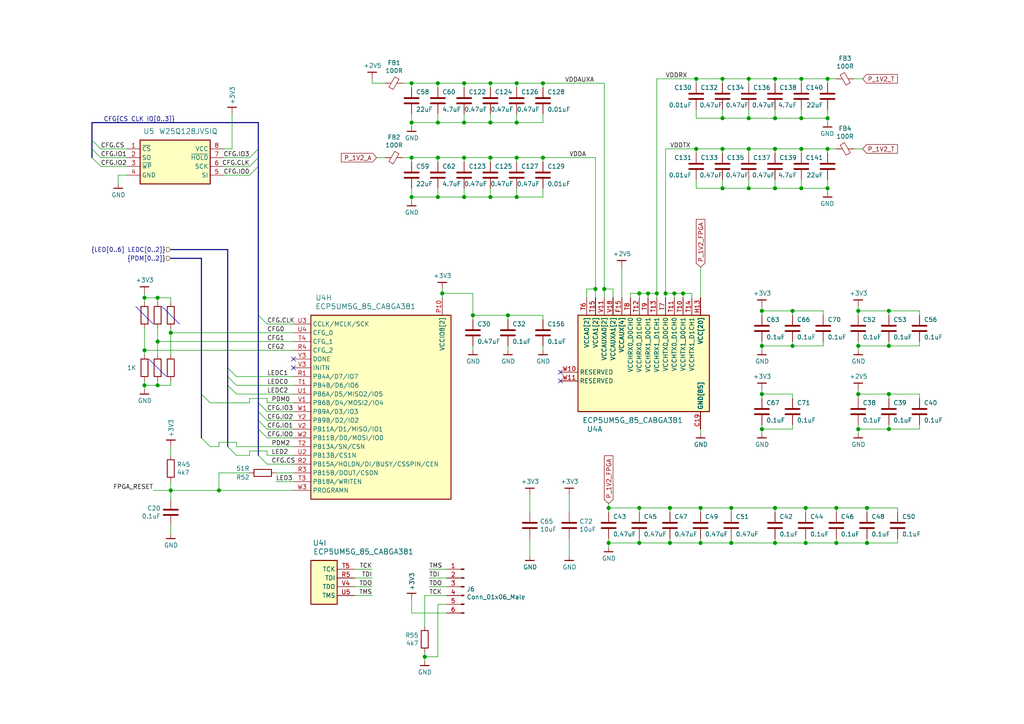
<source format=kicad_sch>
(kicad_sch (version 20201015) (generator eeschema)
  (paper "A4")
  (title_block (title "ButterStick") (date "2021-01-10") (rev "r1.0") (company "GsD") (comment 1 "Functional prototyping board for the Lattice ECP5.") (comment 2 "SYZYGY compatible"))
  (junction (at 41.91 86.36) (diameter 1.016))
  (junction (at 41.91 101.6) (diameter 1.016))
  (junction (at 41.91 111.76) (diameter 1.016))
  (junction (at 45.72 86.36) (diameter 1.016))
  (junction (at 45.72 99.06) (diameter 1.016))
  (junction (at 45.72 111.76) (diameter 1.016))
  (junction (at 49.53 96.52) (diameter 1.016))
  (junction (at 49.53 142.24) (diameter 1.016))
  (junction (at 63.5 142.24) (diameter 1.016))
  (junction (at 119.38 24.13) (diameter 1.016))
  (junction (at 119.38 35.56) (diameter 1.016))
  (junction (at 119.38 45.72) (diameter 1.016))
  (junction (at 119.38 57.15) (diameter 1.016))
  (junction (at 123.19 190.5) (diameter 1.016))
  (junction (at 127 24.13) (diameter 1.016))
  (junction (at 127 35.56) (diameter 1.016))
  (junction (at 127 45.72) (diameter 1.016))
  (junction (at 127 57.15) (diameter 1.016))
  (junction (at 128.27 85.09) (diameter 1.016))
  (junction (at 134.62 24.13) (diameter 1.016))
  (junction (at 134.62 35.56) (diameter 1.016))
  (junction (at 134.62 45.72) (diameter 1.016))
  (junction (at 134.62 57.15) (diameter 1.016))
  (junction (at 137.16 91.44) (diameter 1.016))
  (junction (at 142.24 24.13) (diameter 1.016))
  (junction (at 142.24 35.56) (diameter 1.016))
  (junction (at 142.24 45.72) (diameter 1.016))
  (junction (at 142.24 57.15) (diameter 1.016))
  (junction (at 147.32 91.44) (diameter 1.016))
  (junction (at 149.86 24.13) (diameter 1.016))
  (junction (at 149.86 35.56) (diameter 1.016))
  (junction (at 149.86 45.72) (diameter 1.016))
  (junction (at 149.86 57.15) (diameter 1.016))
  (junction (at 157.48 24.13) (diameter 1.016))
  (junction (at 157.48 45.72) (diameter 1.016))
  (junction (at 172.72 83.82) (diameter 1.016))
  (junction (at 175.26 83.82) (diameter 1.016))
  (junction (at 176.53 147.32) (diameter 1.016))
  (junction (at 176.53 157.48) (diameter 1.016))
  (junction (at 185.42 85.09) (diameter 1.016))
  (junction (at 185.42 147.32) (diameter 1.016))
  (junction (at 185.42 157.48) (diameter 1.016))
  (junction (at 187.96 85.09) (diameter 1.016))
  (junction (at 190.5 85.09) (diameter 1.016))
  (junction (at 193.04 85.09) (diameter 1.016))
  (junction (at 194.31 147.32) (diameter 1.016))
  (junction (at 194.31 157.48) (diameter 1.016))
  (junction (at 195.58 85.09) (diameter 1.016))
  (junction (at 198.12 85.09) (diameter 1.016))
  (junction (at 201.93 22.86) (diameter 1.016))
  (junction (at 201.93 43.18) (diameter 1.016))
  (junction (at 203.2 147.32) (diameter 1.016))
  (junction (at 203.2 157.48) (diameter 1.016))
  (junction (at 209.55 22.86) (diameter 1.016))
  (junction (at 209.55 34.29) (diameter 1.016))
  (junction (at 209.55 43.18) (diameter 1.016))
  (junction (at 209.55 54.61) (diameter 1.016))
  (junction (at 212.09 147.32) (diameter 1.016))
  (junction (at 212.09 157.48) (diameter 1.016))
  (junction (at 217.17 22.86) (diameter 1.016))
  (junction (at 217.17 34.29) (diameter 1.016))
  (junction (at 217.17 43.18) (diameter 1.016))
  (junction (at 217.17 54.61) (diameter 1.016))
  (junction (at 220.98 90.17) (diameter 1.016))
  (junction (at 220.98 100.33) (diameter 1.016))
  (junction (at 220.98 114.3) (diameter 1.016))
  (junction (at 220.98 124.46) (diameter 1.016))
  (junction (at 224.79 22.86) (diameter 1.016))
  (junction (at 224.79 34.29) (diameter 1.016))
  (junction (at 224.79 43.18) (diameter 1.016))
  (junction (at 224.79 54.61) (diameter 1.016))
  (junction (at 224.79 147.32) (diameter 1.016))
  (junction (at 224.79 157.48) (diameter 1.016))
  (junction (at 229.87 90.17) (diameter 1.016))
  (junction (at 229.87 100.33) (diameter 1.016))
  (junction (at 232.41 22.86) (diameter 1.016))
  (junction (at 232.41 34.29) (diameter 1.016))
  (junction (at 232.41 43.18) (diameter 1.016))
  (junction (at 232.41 54.61) (diameter 1.016))
  (junction (at 233.68 147.32) (diameter 1.016))
  (junction (at 233.68 157.48) (diameter 1.016))
  (junction (at 240.03 22.86) (diameter 1.016))
  (junction (at 240.03 34.29) (diameter 1.016))
  (junction (at 240.03 43.18) (diameter 1.016))
  (junction (at 240.03 54.61) (diameter 1.016))
  (junction (at 242.57 147.32) (diameter 1.016))
  (junction (at 242.57 157.48) (diameter 1.016))
  (junction (at 248.92 90.17) (diameter 1.016))
  (junction (at 248.92 100.33) (diameter 1.016))
  (junction (at 248.92 114.3) (diameter 1.016))
  (junction (at 248.92 124.46) (diameter 1.016))
  (junction (at 251.46 147.32) (diameter 1.016))
  (junction (at 251.46 157.48) (diameter 1.016))
  (junction (at 257.81 90.17) (diameter 1.016))
  (junction (at 257.81 100.33) (diameter 1.016))
  (junction (at 257.81 114.3) (diameter 1.016))
  (junction (at 257.81 124.46) (diameter 1.016))
  (no_connect (at 162.56 107.95))
  (no_connect (at 85.09 106.68))
  (no_connect (at 162.56 110.49))
  (no_connect (at 85.09 104.14))
  (bus_entry (at 29.21 43.18) (size -2.54 -2.54) (stroke (width 0.1524)))
  (bus_entry (at 29.21 45.72) (size -2.54 -2.54) (stroke (width 0.1524)))
  (bus_entry (at 29.21 48.26) (size -2.54 -2.54) (stroke (width 0.1524)))
  (bus_entry (at 58.42 114.3) (size 2.54 2.54) (stroke (width 0.1524)))
  (bus_entry (at 58.42 127) (size 2.54 2.54) (stroke (width 0.1524)))
  (bus_entry (at 66.04 106.68) (size 2.54 2.54) (stroke (width 0.1524)))
  (bus_entry (at 66.04 109.22) (size 2.54 2.54) (stroke (width 0.1524)))
  (bus_entry (at 66.04 111.76) (size 2.54 2.54) (stroke (width 0.1524)))
  (bus_entry (at 66.04 129.54) (size 2.54 2.54) (stroke (width 0.1524)))
  (bus_entry (at 72.39 45.72) (size 2.54 -2.54) (stroke (width 0.1524)))
  (bus_entry (at 72.39 48.26) (size 2.54 -2.54) (stroke (width 0.1524)))
  (bus_entry (at 72.39 50.8) (size 2.54 -2.54) (stroke (width 0.1524)))
  (bus_entry (at 74.93 116.84) (size 2.54 2.54) (stroke (width 0.1524)))
  (bus_entry (at 74.93 119.38) (size 2.54 2.54) (stroke (width 0.1524)))
  (bus_entry (at 74.93 121.92) (size 2.54 2.54) (stroke (width 0.1524)))
  (bus_entry (at 74.93 124.46) (size 2.54 2.54) (stroke (width 0.1524)))
  (bus_entry (at 77.47 93.98) (size -2.54 -2.54) (stroke (width 0.1524)))
  (bus_entry (at 77.47 134.62) (size -2.54 -2.54) (stroke (width 0.1524)))
  (wire (pts (xy 29.21 43.18) (xy 36.83 43.18)))
  (wire (pts (xy 29.21 45.72) (xy 36.83 45.72)))
  (wire (pts (xy 29.21 48.26) (xy 36.83 48.26)))
  (wire (pts (xy 34.29 50.8) (xy 36.83 50.8)))
  (wire (pts (xy 34.29 53.34) (xy 34.29 50.8)))
  (wire (pts (xy 41.91 85.09) (xy 41.91 86.36)))
  (wire (pts (xy 41.91 86.36) (xy 41.91 87.63)))
  (wire (pts (xy 41.91 95.25) (xy 41.91 101.6)))
  (wire (pts (xy 41.91 101.6) (xy 41.91 102.87)))
  (wire (pts (xy 41.91 101.6) (xy 85.09 101.6)))
  (wire (pts (xy 41.91 111.76) (xy 41.91 110.49)))
  (wire (pts (xy 41.91 111.76) (xy 41.91 113.03)))
  (wire (pts (xy 44.45 142.24) (xy 49.53 142.24)))
  (wire (pts (xy 45.72 86.36) (xy 41.91 86.36)))
  (wire (pts (xy 45.72 86.36) (xy 45.72 87.63)))
  (wire (pts (xy 45.72 95.25) (xy 45.72 99.06)))
  (wire (pts (xy 45.72 99.06) (xy 45.72 102.87)))
  (wire (pts (xy 45.72 99.06) (xy 85.09 99.06)))
  (wire (pts (xy 45.72 110.49) (xy 45.72 111.76)))
  (wire (pts (xy 45.72 111.76) (xy 41.91 111.76)))
  (wire (pts (xy 49.53 86.36) (xy 45.72 86.36)))
  (wire (pts (xy 49.53 87.63) (xy 49.53 86.36)))
  (wire (pts (xy 49.53 96.52) (xy 49.53 95.25)))
  (wire (pts (xy 49.53 96.52) (xy 49.53 102.87)))
  (wire (pts (xy 49.53 96.52) (xy 85.09 96.52)))
  (wire (pts (xy 49.53 110.49) (xy 49.53 111.76)))
  (wire (pts (xy 49.53 111.76) (xy 45.72 111.76)))
  (wire (pts (xy 49.53 132.08) (xy 49.53 129.54)))
  (wire (pts (xy 49.53 139.7) (xy 49.53 142.24)))
  (wire (pts (xy 49.53 144.78) (xy 49.53 142.24)))
  (wire (pts (xy 49.53 154.94) (xy 49.53 152.4)))
  (wire (pts (xy 60.96 116.84) (xy 72.39 116.84)))
  (wire (pts (xy 60.96 129.54) (xy 63.5 129.54)))
  (wire (pts (xy 63.5 128.27) (xy 63.5 129.54)))
  (wire (pts (xy 63.5 137.16) (xy 63.5 142.24)))
  (wire (pts (xy 63.5 142.24) (xy 49.53 142.24)))
  (wire (pts (xy 64.77 43.18) (xy 67.31 43.18)))
  (wire (pts (xy 67.31 43.18) (xy 67.31 33.02)))
  (wire (pts (xy 68.58 109.22) (xy 85.09 109.22)))
  (wire (pts (xy 68.58 111.76) (xy 85.09 111.76)))
  (wire (pts (xy 68.58 114.3) (xy 85.09 114.3)))
  (wire (pts (xy 68.58 128.27) (xy 63.5 128.27)))
  (wire (pts (xy 68.58 129.54) (xy 68.58 128.27)))
  (wire (pts (xy 68.58 129.54) (xy 85.09 129.54)))
  (wire (pts (xy 68.58 132.08) (xy 72.39 132.08)))
  (wire (pts (xy 72.39 45.72) (xy 64.77 45.72)))
  (wire (pts (xy 72.39 48.26) (xy 64.77 48.26)))
  (wire (pts (xy 72.39 50.8) (xy 64.77 50.8)))
  (wire (pts (xy 72.39 115.57) (xy 77.47 115.57)))
  (wire (pts (xy 72.39 116.84) (xy 72.39 115.57)))
  (wire (pts (xy 72.39 130.81) (xy 72.39 132.08)))
  (wire (pts (xy 72.39 137.16) (xy 63.5 137.16)))
  (wire (pts (xy 77.47 93.98) (xy 85.09 93.98)))
  (wire (pts (xy 77.47 115.57) (xy 77.47 116.84)))
  (wire (pts (xy 77.47 116.84) (xy 85.09 116.84)))
  (wire (pts (xy 77.47 119.38) (xy 85.09 119.38)))
  (wire (pts (xy 77.47 121.92) (xy 85.09 121.92)))
  (wire (pts (xy 77.47 124.46) (xy 85.09 124.46)))
  (wire (pts (xy 77.47 127) (xy 85.09 127)))
  (wire (pts (xy 77.47 130.81) (xy 72.39 130.81)))
  (wire (pts (xy 77.47 132.08) (xy 77.47 130.81)))
  (wire (pts (xy 77.47 132.08) (xy 85.09 132.08)))
  (wire (pts (xy 77.47 134.62) (xy 85.09 134.62)))
  (wire (pts (xy 80.01 137.16) (xy 85.09 137.16)))
  (wire (pts (xy 80.01 139.7) (xy 85.09 139.7)))
  (wire (pts (xy 85.09 142.24) (xy 63.5 142.24)))
  (wire (pts (xy 107.95 24.13) (xy 107.95 22.86)))
  (wire (pts (xy 107.95 24.13) (xy 111.76 24.13)))
  (wire (pts (xy 107.95 165.1) (xy 102.87 165.1)))
  (wire (pts (xy 107.95 167.64) (xy 102.87 167.64)))
  (wire (pts (xy 107.95 170.18) (xy 102.87 170.18)))
  (wire (pts (xy 107.95 172.72) (xy 102.87 172.72)))
  (wire (pts (xy 109.22 45.72) (xy 111.76 45.72)))
  (wire (pts (xy 116.84 24.13) (xy 119.38 24.13)))
  (wire (pts (xy 116.84 45.72) (xy 119.38 45.72)))
  (wire (pts (xy 119.38 24.13) (xy 119.38 25.4)))
  (wire (pts (xy 119.38 24.13) (xy 127 24.13)))
  (wire (pts (xy 119.38 33.02) (xy 119.38 35.56)))
  (wire (pts (xy 119.38 35.56) (xy 119.38 36.83)))
  (wire (pts (xy 119.38 35.56) (xy 127 35.56)))
  (wire (pts (xy 119.38 45.72) (xy 119.38 46.99)))
  (wire (pts (xy 119.38 45.72) (xy 127 45.72)))
  (wire (pts (xy 119.38 54.61) (xy 119.38 57.15)))
  (wire (pts (xy 119.38 57.15) (xy 119.38 58.42)))
  (wire (pts (xy 119.38 57.15) (xy 127 57.15)))
  (wire (pts (xy 119.38 173.99) (xy 119.38 177.8)))
  (wire (pts (xy 119.38 177.8) (xy 129.54 177.8)))
  (wire (pts (xy 123.19 172.72) (xy 123.19 181.61)))
  (wire (pts (xy 123.19 172.72) (xy 129.54 172.72)))
  (wire (pts (xy 123.19 189.23) (xy 123.19 190.5)))
  (wire (pts (xy 123.19 190.5) (xy 123.19 191.77)))
  (wire (pts (xy 124.46 165.1) (xy 129.54 165.1)))
  (wire (pts (xy 124.46 167.64) (xy 129.54 167.64)))
  (wire (pts (xy 124.46 170.18) (xy 129.54 170.18)))
  (wire (pts (xy 127 24.13) (xy 127 25.4)))
  (wire (pts (xy 127 24.13) (xy 134.62 24.13)))
  (wire (pts (xy 127 33.02) (xy 127 35.56)))
  (wire (pts (xy 127 35.56) (xy 134.62 35.56)))
  (wire (pts (xy 127 45.72) (xy 127 46.99)))
  (wire (pts (xy 127 45.72) (xy 134.62 45.72)))
  (wire (pts (xy 127 54.61) (xy 127 57.15)))
  (wire (pts (xy 127 57.15) (xy 134.62 57.15)))
  (wire (pts (xy 127 175.26) (xy 127 190.5)))
  (wire (pts (xy 127 190.5) (xy 123.19 190.5)))
  (wire (pts (xy 128.27 83.82) (xy 128.27 85.09)))
  (wire (pts (xy 128.27 85.09) (xy 128.27 86.36)))
  (wire (pts (xy 128.27 85.09) (xy 137.16 85.09)))
  (wire (pts (xy 129.54 175.26) (xy 127 175.26)))
  (wire (pts (xy 134.62 24.13) (xy 134.62 25.4)))
  (wire (pts (xy 134.62 24.13) (xy 142.24 24.13)))
  (wire (pts (xy 134.62 33.02) (xy 134.62 35.56)))
  (wire (pts (xy 134.62 35.56) (xy 142.24 35.56)))
  (wire (pts (xy 134.62 45.72) (xy 134.62 46.99)))
  (wire (pts (xy 134.62 45.72) (xy 142.24 45.72)))
  (wire (pts (xy 134.62 54.61) (xy 134.62 57.15)))
  (wire (pts (xy 134.62 57.15) (xy 142.24 57.15)))
  (wire (pts (xy 137.16 85.09) (xy 137.16 91.44)))
  (wire (pts (xy 137.16 91.44) (xy 137.16 92.71)))
  (wire (pts (xy 137.16 91.44) (xy 147.32 91.44)))
  (wire (pts (xy 137.16 100.33) (xy 137.16 101.6)))
  (wire (pts (xy 142.24 24.13) (xy 142.24 25.4)))
  (wire (pts (xy 142.24 24.13) (xy 149.86 24.13)))
  (wire (pts (xy 142.24 33.02) (xy 142.24 35.56)))
  (wire (pts (xy 142.24 35.56) (xy 149.86 35.56)))
  (wire (pts (xy 142.24 45.72) (xy 142.24 46.99)))
  (wire (pts (xy 142.24 45.72) (xy 149.86 45.72)))
  (wire (pts (xy 142.24 54.61) (xy 142.24 57.15)))
  (wire (pts (xy 142.24 57.15) (xy 149.86 57.15)))
  (wire (pts (xy 147.32 91.44) (xy 157.48 91.44)))
  (wire (pts (xy 147.32 92.71) (xy 147.32 91.44)))
  (wire (pts (xy 147.32 101.6) (xy 147.32 100.33)))
  (wire (pts (xy 149.86 24.13) (xy 149.86 25.4)))
  (wire (pts (xy 149.86 24.13) (xy 157.48 24.13)))
  (wire (pts (xy 149.86 33.02) (xy 149.86 35.56)))
  (wire (pts (xy 149.86 35.56) (xy 157.48 35.56)))
  (wire (pts (xy 149.86 45.72) (xy 149.86 46.99)))
  (wire (pts (xy 149.86 45.72) (xy 157.48 45.72)))
  (wire (pts (xy 149.86 54.61) (xy 149.86 57.15)))
  (wire (pts (xy 149.86 57.15) (xy 157.48 57.15)))
  (wire (pts (xy 153.67 148.59) (xy 153.67 143.51)))
  (wire (pts (xy 153.67 161.29) (xy 153.67 156.21)))
  (wire (pts (xy 157.48 24.13) (xy 157.48 25.4)))
  (wire (pts (xy 157.48 24.13) (xy 175.26 24.13)))
  (wire (pts (xy 157.48 33.02) (xy 157.48 35.56)))
  (wire (pts (xy 157.48 45.72) (xy 157.48 46.99)))
  (wire (pts (xy 157.48 45.72) (xy 172.72 45.72)))
  (wire (pts (xy 157.48 54.61) (xy 157.48 57.15)))
  (wire (pts (xy 157.48 92.71) (xy 157.48 91.44)))
  (wire (pts (xy 157.48 101.6) (xy 157.48 100.33)))
  (wire (pts (xy 165.1 148.59) (xy 165.1 143.51)))
  (wire (pts (xy 165.1 161.29) (xy 165.1 156.21)))
  (wire (pts (xy 170.18 83.82) (xy 172.72 83.82)))
  (wire (pts (xy 170.18 86.36) (xy 170.18 83.82)))
  (wire (pts (xy 172.72 45.72) (xy 172.72 83.82)))
  (wire (pts (xy 172.72 83.82) (xy 172.72 86.36)))
  (wire (pts (xy 175.26 24.13) (xy 175.26 83.82)))
  (wire (pts (xy 175.26 83.82) (xy 175.26 86.36)))
  (wire (pts (xy 176.53 147.32) (xy 176.53 146.05)))
  (wire (pts (xy 176.53 147.32) (xy 185.42 147.32)))
  (wire (pts (xy 176.53 148.59) (xy 176.53 147.32)))
  (wire (pts (xy 176.53 157.48) (xy 176.53 156.21)))
  (wire (pts (xy 176.53 157.48) (xy 185.42 157.48)))
  (wire (pts (xy 176.53 158.75) (xy 176.53 157.48)))
  (wire (pts (xy 177.8 83.82) (xy 175.26 83.82)))
  (wire (pts (xy 177.8 86.36) (xy 177.8 83.82)))
  (wire (pts (xy 180.34 77.47) (xy 180.34 86.36)))
  (wire (pts (xy 182.88 85.09) (xy 182.88 86.36)))
  (wire (pts (xy 182.88 85.09) (xy 185.42 85.09)))
  (wire (pts (xy 185.42 85.09) (xy 185.42 86.36)))
  (wire (pts (xy 185.42 85.09) (xy 187.96 85.09)))
  (wire (pts (xy 185.42 147.32) (xy 185.42 148.59)))
  (wire (pts (xy 185.42 147.32) (xy 194.31 147.32)))
  (wire (pts (xy 185.42 157.48) (xy 185.42 156.21)))
  (wire (pts (xy 185.42 157.48) (xy 194.31 157.48)))
  (wire (pts (xy 187.96 85.09) (xy 187.96 86.36)))
  (wire (pts (xy 187.96 85.09) (xy 190.5 85.09)))
  (wire (pts (xy 190.5 22.86) (xy 190.5 85.09)))
  (wire (pts (xy 190.5 22.86) (xy 201.93 22.86)))
  (wire (pts (xy 190.5 85.09) (xy 190.5 86.36)))
  (wire (pts (xy 193.04 43.18) (xy 193.04 85.09)))
  (wire (pts (xy 193.04 85.09) (xy 193.04 86.36)))
  (wire (pts (xy 193.04 85.09) (xy 195.58 85.09)))
  (wire (pts (xy 194.31 147.32) (xy 194.31 148.59)))
  (wire (pts (xy 194.31 147.32) (xy 203.2 147.32)))
  (wire (pts (xy 194.31 157.48) (xy 194.31 156.21)))
  (wire (pts (xy 194.31 157.48) (xy 203.2 157.48)))
  (wire (pts (xy 195.58 85.09) (xy 195.58 86.36)))
  (wire (pts (xy 195.58 85.09) (xy 198.12 85.09)))
  (wire (pts (xy 198.12 85.09) (xy 198.12 86.36)))
  (wire (pts (xy 198.12 85.09) (xy 200.66 85.09)))
  (wire (pts (xy 200.66 85.09) (xy 200.66 86.36)))
  (wire (pts (xy 201.93 22.86) (xy 201.93 24.13)))
  (wire (pts (xy 201.93 31.75) (xy 201.93 34.29)))
  (wire (pts (xy 201.93 43.18) (xy 193.04 43.18)))
  (wire (pts (xy 201.93 43.18) (xy 201.93 44.45)))
  (wire (pts (xy 201.93 52.07) (xy 201.93 54.61)))
  (wire (pts (xy 203.2 77.47) (xy 203.2 86.36)))
  (wire (pts (xy 203.2 124.46) (xy 203.2 125.73)))
  (wire (pts (xy 203.2 147.32) (xy 203.2 148.59)))
  (wire (pts (xy 203.2 147.32) (xy 212.09 147.32)))
  (wire (pts (xy 203.2 157.48) (xy 203.2 156.21)))
  (wire (pts (xy 203.2 157.48) (xy 212.09 157.48)))
  (wire (pts (xy 209.55 22.86) (xy 201.93 22.86)))
  (wire (pts (xy 209.55 22.86) (xy 209.55 24.13)))
  (wire (pts (xy 209.55 31.75) (xy 209.55 34.29)))
  (wire (pts (xy 209.55 34.29) (xy 201.93 34.29)))
  (wire (pts (xy 209.55 43.18) (xy 201.93 43.18)))
  (wire (pts (xy 209.55 43.18) (xy 209.55 44.45)))
  (wire (pts (xy 209.55 52.07) (xy 209.55 54.61)))
  (wire (pts (xy 209.55 54.61) (xy 201.93 54.61)))
  (wire (pts (xy 212.09 147.32) (xy 212.09 148.59)))
  (wire (pts (xy 212.09 147.32) (xy 224.79 147.32)))
  (wire (pts (xy 212.09 157.48) (xy 212.09 156.21)))
  (wire (pts (xy 212.09 157.48) (xy 224.79 157.48)))
  (wire (pts (xy 217.17 22.86) (xy 209.55 22.86)))
  (wire (pts (xy 217.17 22.86) (xy 217.17 24.13)))
  (wire (pts (xy 217.17 31.75) (xy 217.17 34.29)))
  (wire (pts (xy 217.17 34.29) (xy 209.55 34.29)))
  (wire (pts (xy 217.17 43.18) (xy 209.55 43.18)))
  (wire (pts (xy 217.17 43.18) (xy 217.17 44.45)))
  (wire (pts (xy 217.17 52.07) (xy 217.17 54.61)))
  (wire (pts (xy 217.17 54.61) (xy 209.55 54.61)))
  (wire (pts (xy 220.98 90.17) (xy 220.98 88.9)))
  (wire (pts (xy 220.98 90.17) (xy 229.87 90.17)))
  (wire (pts (xy 220.98 91.44) (xy 220.98 90.17)))
  (wire (pts (xy 220.98 100.33) (xy 220.98 99.06)))
  (wire (pts (xy 220.98 100.33) (xy 229.87 100.33)))
  (wire (pts (xy 220.98 101.6) (xy 220.98 100.33)))
  (wire (pts (xy 220.98 114.3) (xy 220.98 113.03)))
  (wire (pts (xy 220.98 114.3) (xy 220.98 115.57)))
  (wire (pts (xy 220.98 114.3) (xy 229.87 114.3)))
  (wire (pts (xy 220.98 124.46) (xy 220.98 123.19)))
  (wire (pts (xy 220.98 124.46) (xy 229.87 124.46)))
  (wire (pts (xy 220.98 125.73) (xy 220.98 124.46)))
  (wire (pts (xy 224.79 22.86) (xy 217.17 22.86)))
  (wire (pts (xy 224.79 22.86) (xy 224.79 24.13)))
  (wire (pts (xy 224.79 31.75) (xy 224.79 34.29)))
  (wire (pts (xy 224.79 34.29) (xy 217.17 34.29)))
  (wire (pts (xy 224.79 43.18) (xy 217.17 43.18)))
  (wire (pts (xy 224.79 43.18) (xy 224.79 44.45)))
  (wire (pts (xy 224.79 52.07) (xy 224.79 54.61)))
  (wire (pts (xy 224.79 54.61) (xy 217.17 54.61)))
  (wire (pts (xy 224.79 147.32) (xy 233.68 147.32)))
  (wire (pts (xy 224.79 148.59) (xy 224.79 147.32)))
  (wire (pts (xy 224.79 157.48) (xy 224.79 156.21)))
  (wire (pts (xy 224.79 157.48) (xy 233.68 157.48)))
  (wire (pts (xy 229.87 90.17) (xy 229.87 91.44)))
  (wire (pts (xy 229.87 90.17) (xy 238.76 90.17)))
  (wire (pts (xy 229.87 100.33) (xy 229.87 99.06)))
  (wire (pts (xy 229.87 100.33) (xy 238.76 100.33)))
  (wire (pts (xy 229.87 114.3) (xy 229.87 115.57)))
  (wire (pts (xy 229.87 124.46) (xy 229.87 123.19)))
  (wire (pts (xy 232.41 22.86) (xy 224.79 22.86)))
  (wire (pts (xy 232.41 22.86) (xy 232.41 24.13)))
  (wire (pts (xy 232.41 31.75) (xy 232.41 34.29)))
  (wire (pts (xy 232.41 34.29) (xy 224.79 34.29)))
  (wire (pts (xy 232.41 43.18) (xy 224.79 43.18)))
  (wire (pts (xy 232.41 43.18) (xy 232.41 44.45)))
  (wire (pts (xy 232.41 52.07) (xy 232.41 54.61)))
  (wire (pts (xy 232.41 54.61) (xy 224.79 54.61)))
  (wire (pts (xy 233.68 147.32) (xy 233.68 148.59)))
  (wire (pts (xy 233.68 147.32) (xy 242.57 147.32)))
  (wire (pts (xy 233.68 157.48) (xy 233.68 156.21)))
  (wire (pts (xy 233.68 157.48) (xy 242.57 157.48)))
  (wire (pts (xy 238.76 90.17) (xy 238.76 91.44)))
  (wire (pts (xy 238.76 100.33) (xy 238.76 99.06)))
  (wire (pts (xy 240.03 22.86) (xy 232.41 22.86)))
  (wire (pts (xy 240.03 22.86) (xy 240.03 24.13)))
  (wire (pts (xy 240.03 31.75) (xy 240.03 34.29)))
  (wire (pts (xy 240.03 34.29) (xy 232.41 34.29)))
  (wire (pts (xy 240.03 34.29) (xy 240.03 35.56)))
  (wire (pts (xy 240.03 43.18) (xy 232.41 43.18)))
  (wire (pts (xy 240.03 43.18) (xy 240.03 44.45)))
  (wire (pts (xy 240.03 52.07) (xy 240.03 54.61)))
  (wire (pts (xy 240.03 54.61) (xy 232.41 54.61)))
  (wire (pts (xy 240.03 54.61) (xy 240.03 55.88)))
  (wire (pts (xy 242.57 22.86) (xy 240.03 22.86)))
  (wire (pts (xy 242.57 43.18) (xy 240.03 43.18)))
  (wire (pts (xy 242.57 147.32) (xy 242.57 148.59)))
  (wire (pts (xy 242.57 147.32) (xy 251.46 147.32)))
  (wire (pts (xy 242.57 157.48) (xy 242.57 156.21)))
  (wire (pts (xy 242.57 157.48) (xy 251.46 157.48)))
  (wire (pts (xy 248.92 90.17) (xy 248.92 88.9)))
  (wire (pts (xy 248.92 90.17) (xy 257.81 90.17)))
  (wire (pts (xy 248.92 91.44) (xy 248.92 90.17)))
  (wire (pts (xy 248.92 100.33) (xy 248.92 99.06)))
  (wire (pts (xy 248.92 100.33) (xy 257.81 100.33)))
  (wire (pts (xy 248.92 101.6) (xy 248.92 100.33)))
  (wire (pts (xy 248.92 114.3) (xy 248.92 113.03)))
  (wire (pts (xy 248.92 114.3) (xy 257.81 114.3)))
  (wire (pts (xy 248.92 115.57) (xy 248.92 114.3)))
  (wire (pts (xy 248.92 124.46) (xy 248.92 123.19)))
  (wire (pts (xy 248.92 124.46) (xy 257.81 124.46)))
  (wire (pts (xy 248.92 125.73) (xy 248.92 124.46)))
  (wire (pts (xy 250.19 22.86) (xy 247.65 22.86)))
  (wire (pts (xy 250.19 43.18) (xy 247.65 43.18)))
  (wire (pts (xy 251.46 147.32) (xy 251.46 148.59)))
  (wire (pts (xy 251.46 147.32) (xy 260.35 147.32)))
  (wire (pts (xy 251.46 157.48) (xy 251.46 156.21)))
  (wire (pts (xy 251.46 157.48) (xy 260.35 157.48)))
  (wire (pts (xy 257.81 90.17) (xy 257.81 91.44)))
  (wire (pts (xy 257.81 90.17) (xy 266.7 90.17)))
  (wire (pts (xy 257.81 100.33) (xy 257.81 99.06)))
  (wire (pts (xy 257.81 100.33) (xy 266.7 100.33)))
  (wire (pts (xy 257.81 114.3) (xy 257.81 115.57)))
  (wire (pts (xy 257.81 114.3) (xy 266.7 114.3)))
  (wire (pts (xy 257.81 124.46) (xy 257.81 123.19)))
  (wire (pts (xy 257.81 124.46) (xy 266.7 124.46)))
  (wire (pts (xy 260.35 147.32) (xy 260.35 148.59)))
  (wire (pts (xy 260.35 157.48) (xy 260.35 156.21)))
  (wire (pts (xy 266.7 90.17) (xy 266.7 91.44)))
  (wire (pts (xy 266.7 100.33) (xy 266.7 99.06)))
  (wire (pts (xy 266.7 114.3) (xy 266.7 115.57)))
  (wire (pts (xy 266.7 124.46) (xy 266.7 123.19)))
  (bus (pts (xy 26.67 35.56) (xy 26.67 40.64)))
  (bus (pts (xy 26.67 40.64) (xy 26.67 43.18)))
  (bus (pts (xy 26.67 43.18) (xy 26.67 45.72)))
  (bus (pts (xy 49.53 72.39) (xy 66.04 72.39)))
  (bus (pts (xy 49.53 74.93) (xy 58.42 74.93)))
  (bus (pts (xy 58.42 74.93) (xy 58.42 114.3)))
  (bus (pts (xy 58.42 114.3) (xy 58.42 127)))
  (bus (pts (xy 66.04 72.39) (xy 66.04 106.68)))
  (bus (pts (xy 66.04 106.68) (xy 66.04 109.22)))
  (bus (pts (xy 66.04 109.22) (xy 66.04 111.76)))
  (bus (pts (xy 66.04 111.76) (xy 66.04 129.54)))
  (bus (pts (xy 74.93 35.56) (xy 26.67 35.56)))
  (bus (pts (xy 74.93 35.56) (xy 74.93 43.18)))
  (bus (pts (xy 74.93 43.18) (xy 74.93 45.72)))
  (bus (pts (xy 74.93 45.72) (xy 74.93 48.26)))
  (bus (pts (xy 74.93 48.26) (xy 74.93 91.44)))
  (bus (pts (xy 74.93 91.44) (xy 74.93 116.84)))
  (bus (pts (xy 74.93 116.84) (xy 74.93 119.38)))
  (bus (pts (xy 74.93 119.38) (xy 74.93 121.92)))
  (bus (pts (xy 74.93 121.92) (xy 74.93 124.46)))
  (bus (pts (xy 74.93 124.46) (xy 74.93 132.08)))
  (polyline (pts (xy 39.37 88.9) (xy 44.45 93.98)) (stroke (width 0) (type solid)))
  (polyline (pts (xy 43.18 104.14) (xy 48.26 109.22)) (stroke (width 0) (type solid)))
  (polyline (pts (xy 46.99 88.9) (xy 52.07 93.98)) (stroke (width 0) (type solid)))
  (label "CFG.CS" (at 29.21 43.18 0))
  (label "CFG.IO1" (at 29.21 45.72 0))
  (label "CFG.IO2" (at 29.21 48.26 0))
  (label "FPGA_RESET" (at 44.45 142.24 180))
  (label "CFG{CS CLK IO[0..3]}" (at 50.8 35.56 180))
  (label "CFG.IO3" (at 72.39 45.72 180))
  (label "CFG.CLK" (at 72.39 48.26 180))
  (label "CFG.IO0" (at 72.39 50.8 180))
  (label "CFG.CLK" (at 77.47 93.98 0))
  (label "CFG0" (at 77.47 96.52 0))
  (label "CFG1" (at 77.47 99.06 0))
  (label "CFG2" (at 77.47 101.6 0))
  (label "LEDC1" (at 77.47 109.22 0))
  (label "LEDC0" (at 77.47 111.76 0))
  (label "LEDC2" (at 77.47 114.3 0))
  (label "CFG.IO3" (at 77.47 119.38 0))
  (label "CFG.IO2" (at 77.47 121.92 0))
  (label "CFG.IO1" (at 77.47 124.46 0))
  (label "CFG.IO0" (at 77.47 127 0))
  (label "PDM0" (at 78.74 116.84 0))
  (label "PDM2" (at 78.74 129.54 0))
  (label "LED2" (at 78.74 132.08 0))
  (label "CFG.CS" (at 78.74 134.62 0))
  (label "LED3" (at 80.01 139.7 0))
  (label "TCK" (at 107.95 165.1 180))
  (label "TDI" (at 107.95 167.64 180))
  (label "TDO" (at 107.95 170.18 180))
  (label "TMS" (at 107.95 172.72 180))
  (label "TMS" (at 124.46 165.1 0))
  (label "TDI" (at 124.46 167.64 0))
  (label "TDO" (at 124.46 170.18 0))
  (label "TCK" (at 124.46 172.72 0))
  (label "VDDAUXA" (at 163.83 24.13 0))
  (label "VDDA" (at 165.1 45.72 0))
  (label "VDDRX" (at 193.04 22.86 0))
  (label "VDDTX" (at 194.31 43.18 0))
  (global_label "P_1V2_A" (shape input) (at 109.22 45.72 180) (property "Intersheet References" "${INTERSHEET_REFS}" (effects hide)))
  (global_label "P_1V2_FPGA" (shape input) (at 176.53 146.05 90) (property "Intersheet References" "${INTERSHEET_REFS}" (effects hide)))
  (global_label "P_1V2_FPGA" (shape input) (at 203.2 77.47 90) (property "Intersheet References" "${INTERSHEET_REFS}" (effects hide)))
  (global_label "P_1V2_T" (shape input) (at 250.19 22.86 0) (property "Intersheet References" "${INTERSHEET_REFS}" (effects hide)))
  (global_label "P_1V2_T" (shape input) (at 250.19 43.18 0) (property "Intersheet References" "${INTERSHEET_REFS}" (effects hide)))
  (hierarchical_label "{LED[0..6] LEDC[0..2]}" (shape input) (at 49.53 72.39 180))
  (hierarchical_label "{PDM[0..2]}" (shape input) (at 49.53 74.93 180))
  (symbol (lib_id "gkl_power:GND") (at 34.29 53.34 0) (unit 1)
    (property "Reference" "#PWR063" (effects hide))
    (property "Value" "GND" (at 34.3662 56.5404 0))
  )
  (symbol (lib_id "gkl_power:GND") (at 41.91 113.03 0) (unit 1)
    (property "Reference" "#PWR067" (effects hide))
    (property "Value" "GND" (at 41.9862 116.2304 0))
  )
  (symbol (lib_id "gkl_power:GND") (at 49.53 154.94 0) (unit 1)
    (property "Reference" "#PWR065" (effects hide))
    (property "Value" "GND" (at 49.6062 158.1404 0))
  )
  (symbol (lib_id "gkl_power:GND") (at 119.38 36.83 0) (unit 1)
    (property "Reference" "#PWR0227" (effects hide))
    (property "Value" "GND" (at 119.4562 40.0304 0))
  )
  (symbol (lib_id "gkl_power:GND") (at 119.38 58.42 0) (unit 1)
    (property "Reference" "#PWR0228" (effects hide))
    (property "Value" "GND" (at 119.4562 61.6204 0))
  )
  (symbol (lib_id "gkl_power:GND") (at 123.19 191.77 0) (unit 1)
    (property "Reference" "#PWR0107" (effects hide))
    (property "Value" "GND" (at 123.2281 194.9768 0))
  )
  (symbol (lib_id "gkl_power:GND") (at 137.16 101.6 0) (unit 1)
    (property "Reference" "#PWR0105" (effects hide))
    (property "Value" "GND" (at 137.2362 104.8004 0))
  )
  (symbol (lib_id "gkl_power:GND") (at 147.32 101.6 0) (unit 1)
    (property "Reference" "#PWR0106" (effects hide))
    (property "Value" "GND" (at 147.3962 104.8004 0))
  )
  (symbol (lib_id "gkl_power:GND") (at 153.67 161.29 0) (unit 1)
    (property "Reference" "#PWR0117" (effects hide))
    (property "Value" "GND" (at 153.7462 164.4904 0))
  )
  (symbol (lib_id "gkl_power:GND") (at 157.48 101.6 0) (unit 1)
    (property "Reference" "#PWR0248" (effects hide))
    (property "Value" "GND" (at 157.5562 104.8004 0))
  )
  (symbol (lib_id "gkl_power:GND") (at 165.1 161.29 0) (unit 1)
    (property "Reference" "#PWR0125" (effects hide))
    (property "Value" "GND" (at 165.1762 164.4904 0))
  )
  (symbol (lib_id "gkl_power:GND") (at 176.53 158.75 0) (unit 1)
    (property "Reference" "#PWR0100" (effects hide))
    (property "Value" "GND" (at 176.6062 161.9504 0))
  )
  (symbol (lib_id "gkl_power:GND") (at 203.2 125.73 0) (unit 1)
    (property "Reference" "#PWR072" (effects hide))
    (property "Value" "GND" (at 203.2762 128.9304 0))
  )
  (symbol (lib_id "gkl_power:GND") (at 220.98 101.6 0) (unit 1)
    (property "Reference" "#PWR0113" (effects hide))
    (property "Value" "GND" (at 221.0562 104.8004 0))
  )
  (symbol (lib_id "gkl_power:GND") (at 220.98 125.73 0) (unit 1)
    (property "Reference" "#PWR0115" (effects hide))
    (property "Value" "GND" (at 221.0562 128.9304 0))
  )
  (symbol (lib_id "gkl_power:GND") (at 240.03 35.56 0) (mirror y) (unit 1)
    (property "Reference" "#PWR0224" (effects hide))
    (property "Value" "GND" (at 239.9538 38.7604 0))
  )
  (symbol (lib_id "gkl_power:GND") (at 240.03 55.88 0) (mirror y) (unit 1)
    (property "Reference" "#PWR0225" (effects hide))
    (property "Value" "GND" (at 239.9538 59.0804 0))
  )
  (symbol (lib_id "gkl_power:GND") (at 248.92 101.6 0) (unit 1)
    (property "Reference" "#PWR0102" (effects hide))
    (property "Value" "GND" (at 248.9962 104.8004 0))
  )
  (symbol (lib_id "gkl_power:GND") (at 248.92 125.73 0) (unit 1)
    (property "Reference" "#PWR096" (effects hide))
    (property "Value" "GND" (at 248.9962 128.9304 0))
  )
  (symbol (lib_id "gkl_power:+3V3") (at 41.91 85.09 0) (unit 1)
    (property "Reference" "#PWR066" (effects hide))
    (property "Value" "+3V3" (at 41.9481 81.2482 0))
  )
  (symbol (lib_id "gkl_power:+3V3") (at 49.53 129.54 0) (unit 1)
    (property "Reference" "#PWR064" (effects hide))
    (property "Value" "+3V3" (at 49.6316 126.8476 90) (effects (justify left)))
  )
  (symbol (lib_id "gkl_power:+3V3") (at 67.31 33.02 0) (unit 1)
    (property "Reference" "#PWR068" (effects hide))
    (property "Value" "+3V3" (at 67.4116 30.3276 90) (effects (justify left)))
  )
  (symbol (lib_id "gkl_power:+2V5") (at 107.95 22.86 0) (unit 1)
    (property "Reference" "#PWR0226" (effects hide))
    (property "Value" "+2V5" (at 108.0262 19.0246 0))
  )
  (symbol (lib_id "gkl_power:+3V3") (at 119.38 173.99 0) (unit 1)
    (property "Reference" "#PWR0216" (effects hide))
    (property "Value" "+3V3" (at 119.4816 171.2976 90) (effects (justify left)))
  )
  (symbol (lib_id "gkl_power:+3V3") (at 128.27 83.82 0) (unit 1)
    (property "Reference" "#PWR069" (effects hide))
    (property "Value" "+3V3" (at 128.3081 79.9782 0))
  )
  (symbol (lib_id "gkl_power:+3V3") (at 153.67 143.51 0) (unit 1)
    (property "Reference" "#PWR0116" (effects hide))
    (property "Value" "+3V3" (at 153.7462 139.6746 0))
  )
  (symbol (lib_id "gkl_power:+3V3") (at 165.1 143.51 0) (unit 1)
    (property "Reference" "#PWR0124" (effects hide))
    (property "Value" "+3V3" (at 165.1762 139.6746 0))
  )
  (symbol (lib_id "gkl_power:+2V5") (at 180.34 77.47 0) (unit 1)
    (property "Reference" "#PWR070" (effects hide))
    (property "Value" "+2V5" (at 180.4162 73.6346 0))
  )
  (symbol (lib_id "gkl_power:+3V3") (at 220.98 88.9 0) (unit 1)
    (property "Reference" "#PWR0112" (effects hide))
    (property "Value" "+3V3" (at 221.0562 85.0646 0))
  )
  (symbol (lib_id "gkl_power:+3V3") (at 220.98 113.03 0) (unit 1)
    (property "Reference" "#PWR0114" (effects hide))
    (property "Value" "+3V3" (at 221.0562 109.1946 0))
  )
  (symbol (lib_id "gkl_power:+3V3") (at 248.92 88.9 0) (unit 1)
    (property "Reference" "#PWR0101" (effects hide))
    (property "Value" "+3V3" (at 248.9962 85.0646 0))
  )
  (symbol (lib_id "gkl_power:+2V5") (at 248.92 113.03 0) (unit 1)
    (property "Reference" "#PWR095" (effects hide))
    (property "Value" "+2V5" (at 248.9962 109.1946 0))
  )
  (symbol (lib_name "Device:R_3") (lib_id "Device:R") (at 41.91 91.44 0) (unit 1)
    (property "Reference" "R46" (effects hide))
    (property "Value" "DNP" (effects hide))
    (property "Footprint" "Resistor_SMD:R_0402_1005Metric" (effects hide))
  )
  (symbol (lib_name "Device:R_5") (lib_id "Device:R") (at 41.91 106.68 0) (unit 1)
    (property "Reference" "R47" (effects hide))
    (property "Value" "1K" (at 36.83 106.68 0) (effects (justify left)))
    (property "Footprint" "Resistor_SMD:R_0402_1005Metric" (effects hide))
    (property "PN" "RC0402FR-071KL" (effects hide))
    (property "Mfg" "Yageo" (effects hide))
  )
  (symbol (lib_name "Device:R_2") (lib_id "Device:R") (at 45.72 91.44 0) (unit 1)
    (property "Reference" "R48" (effects hide))
    (property "Value" "1K" (effects hide))
    (property "Footprint" "Resistor_SMD:R_0402_1005Metric" (effects hide))
    (property "PN" "RC0402FR-071KL" (effects hide))
    (property "Mfg" "Yageo" (effects hide))
  )
  (symbol (lib_name "Device:R_6") (lib_id "Device:R") (at 45.72 106.68 0) (unit 1)
    (property "Reference" "R49" (effects hide))
    (property "Value" "DNP" (effects hide))
    (property "Footprint" "Resistor_SMD:R_0402_1005Metric" (effects hide))
  )
  (symbol (lib_name "Device:R_1") (lib_id "Device:R") (at 49.53 91.44 0) (unit 1)
    (property "Reference" "R50" (effects hide))
    (property "Value" "DNP" (effects hide))
    (property "Footprint" "Resistor_SMD:R_0402_1005Metric" (effects hide))
  )
  (symbol (lib_name "Device:R_4") (lib_id "Device:R") (at 49.53 106.68 0) (unit 1)
    (property "Reference" "R51" (effects hide))
    (property "Value" "1K" (effects hide))
    (property "Footprint" "Resistor_SMD:R_0402_1005Metric" (effects hide))
    (property "PN" "RC0402FR-071KL" (effects hide))
    (property "Mfg" "Yageo" (effects hide))
  )
  (symbol (lib_id "Device:R") (at 49.53 135.89 0) (unit 1)
    (property "Reference" "R45" (at 51.308 134.7216 0) (effects (justify left)))
    (property "Value" "4k7" (at 51.308 137.033 0) (effects (justify left)))
    (property "Footprint" "Resistor_SMD:R_0402_1005Metric" (effects hide))
    (property "PN" "RC0402FR-074K7L" (effects hide))
    (property "Mfg" "Yageo" (effects hide))
  )
  (symbol (lib_id "Device:R") (at 76.2 137.16 90) (unit 1)
    (property "Reference" "R52" (at 72.39 138.43 90) (effects (justify left)))
    (property "Value" "51R" (at 72.39 135.89 90) (effects (justify left)))
    (property "Footprint" "Resistor_SMD:R_0402_1005Metric" (effects hide))
    (property "PN" "RC0402FR-0751RL" (effects hide))
    (property "Mfg" "Yageo" (effects hide))
  )
  (symbol (lib_id "Device:R") (at 123.19 185.42 0) (unit 1)
    (property "Reference" "R55" (at 121.4119 184.2706 0) (effects (justify right)))
    (property "Value" "4k7" (at 121.4119 186.5693 0) (effects (justify right)))
    (property "Footprint" "Resistor_SMD:R_0402_1005Metric" (effects hide))
    (property "PN" "RC0402FR-074K7L" (effects hide))
    (property "Mfg" "Yageo" (effects hide))
  )
  (symbol (lib_id "Device:Ferrite_Bead_Small") (at 114.3 24.13 90) (unit 1)
    (property "Reference" "FB1" (at 114.3 18.218 90))
    (property "Value" "100R" (at 114.3 20.5167 90))
    (property "Footprint" "Inductor_SMD:L_0603_1608Metric" (effects hide))
    (property "Mfg" "TDK Corporation" (effects hide))
    (property "PN" "MPZ1608D101BTA00" (effects hide))
  )
  (symbol (lib_id "Device:Ferrite_Bead_Small") (at 114.3 45.72 90) (unit 1)
    (property "Reference" "FB2" (at 114.3 39.808 90))
    (property "Value" "100R" (at 114.3 42.1067 90))
    (property "Footprint" "Inductor_SMD:L_0603_1608Metric" (effects hide))
    (property "Mfg" "TDK Corporation" (effects hide))
    (property "PN" "MPZ1608D101BTA00" (effects hide))
  )
  (symbol (lib_id "Device:Ferrite_Bead_Small") (at 245.11 22.86 270) (mirror x) (unit 1)
    (property "Reference" "FB3" (at 245.11 16.948 90))
    (property "Value" "100R" (at 245.11 19.2467 90))
    (property "Footprint" "Inductor_SMD:L_0603_1608Metric" (effects hide))
    (property "Mfg" "TDK Corporation" (effects hide))
    (property "PN" "MPZ1608D101BTA00" (effects hide))
  )
  (symbol (lib_id "Device:Ferrite_Bead_Small") (at 245.11 43.18 270) (mirror x) (unit 1)
    (property "Reference" "FB4" (at 245.11 37.268 90))
    (property "Value" "100R" (at 245.11 39.5667 90))
    (property "Footprint" "Inductor_SMD:L_0603_1608Metric" (effects hide))
    (property "Mfg" "TDK Corporation" (effects hide))
    (property "PN" "MPZ1608D101BTA00" (effects hide))
  )
  (symbol (lib_id "Device:C") (at 49.53 148.59 0) (mirror y) (unit 1)
    (property "Reference" "C20" (at 46.609 147.4216 0) (effects (justify left)))
    (property "Value" "0.1uF" (at 46.609 149.733 0) (effects (justify left)))
    (property "Footprint" "Capacitor_SMD:C_0402_1005Metric" (effects hide))
    (property "Mfg" "Yageo" (effects hide))
    (property "PN" "CC0402KRX5R6BB104" (effects hide))
    (property "Tol" "10V / X5R" (effects hide))
  )
  (symbol (lib_name "Device:C_21") (lib_id "Device:C") (at 119.38 29.21 0) (unit 1)
    (property "Reference" "C58" (at 120.65 26.67 0) (effects (justify left)))
    (property "Value" "22uF" (at 120.65 31.75 0) (effects (justify left)))
    (property "Footprint" "Capacitor_SMD:C_0603_1608Metric" (effects hide))
    (property "Tol" "6.3V" (effects hide))
    (property "PN" "CC0603MRX5R5BB226" (effects hide))
    (property "Mfg" "Yageo" (effects hide))
  )
  (symbol (lib_name "Device:C_14") (lib_id "Device:C") (at 119.38 50.8 0) (unit 1)
    (property "Reference" "C59" (at 120.65 48.26 0) (effects (justify left)))
    (property "Value" "22uF" (at 120.65 53.34 0) (effects (justify left)))
    (property "Footprint" "Capacitor_SMD:C_0603_1608Metric" (effects hide))
    (property "Tol" "6.3V" (effects hide))
    (property "PN" "CC0603MRX5R5BB226" (effects hide))
    (property "Mfg" "Yageo" (effects hide))
  )
  (symbol (lib_name "Device:C_23") (lib_id "Device:C") (at 127 29.21 0) (unit 1)
    (property "Reference" "C60" (at 128.27 26.67 0) (effects (justify left)))
    (property "Value" "4.7uF" (at 128.27 31.75 0) (effects (justify left)))
    (property "Footprint" "Capacitor_SMD:C_0402_1005Metric" (effects hide))
    (property "PN" "CC0402KRX5R6BB475" (effects hide))
  )
  (symbol (lib_name "Device:C_16") (lib_id "Device:C") (at 127 50.8 0) (unit 1)
    (property "Reference" "C62" (at 128.27 48.26 0) (effects (justify left)))
    (property "Value" "4.7uF" (at 128.27 53.34 0) (effects (justify left)))
    (property "Footprint" "Capacitor_SMD:C_0402_1005Metric" (effects hide))
    (property "PN" "CC0402KRX5R6BB475" (effects hide))
  )
  (symbol (lib_name "Device:C_20") (lib_id "Device:C") (at 134.62 29.21 0) (unit 1)
    (property "Reference" "C122" (at 135.89 26.67 0) (effects (justify left)))
    (property "Value" "0.47uF" (at 134.62 31.75 0) (effects (justify left)))
    (property "Footprint" "Capacitor_SMD:C_0402_1005Metric" (effects hide))
    (property "PN" "CC0402KRX5R5BB474" (effects hide))
    (property "Mfg" "Yageo" (effects hide))
  )
  (symbol (lib_name "Device:C_17") (lib_id "Device:C") (at 134.62 50.8 0) (unit 1)
    (property "Reference" "C123" (at 135.89 48.26 0) (effects (justify left)))
    (property "Value" "0.47uF" (at 134.62 53.34 0) (effects (justify left)))
    (property "Footprint" "Capacitor_SMD:C_0402_1005Metric" (effects hide))
    (property "PN" "CC0402KRX5R5BB474" (effects hide))
    (property "Mfg" "Yageo" (effects hide))
  )
  (symbol (lib_id "Device:C") (at 137.16 96.52 0) (unit 1)
    (property "Reference" "C30" (at 138.43 93.98 0) (effects (justify left)))
    (property "Value" "0.47uF" (at 138.43 99.06 0) (effects (justify left)))
    (property "Footprint" "Capacitor_SMD:C_0402_1005Metric" (effects hide))
    (property "PN" "CC0402KRX5R5BB474" (effects hide))
    (property "Mfg" "Yageo" (effects hide))
  )
  (symbol (lib_name "Device:C_24") (lib_id "Device:C") (at 142.24 29.21 0) (unit 1)
    (property "Reference" "C124" (at 143.51 26.67 0) (effects (justify left)))
    (property "Value" "0.47uF" (at 142.24 31.75 0) (effects (justify left)))
    (property "Footprint" "Capacitor_SMD:C_0402_1005Metric" (effects hide))
    (property "PN" "CC0402KRX5R5BB474" (effects hide))
    (property "Mfg" "Yageo" (effects hide))
  )
  (symbol (lib_name "Device:C_13") (lib_id "Device:C") (at 142.24 50.8 0) (unit 1)
    (property "Reference" "C125" (at 143.51 48.26 0) (effects (justify left)))
    (property "Value" "0.47uF" (at 142.24 53.34 0) (effects (justify left)))
    (property "Footprint" "Capacitor_SMD:C_0402_1005Metric" (effects hide))
    (property "PN" "CC0402KRX5R5BB474" (effects hide))
    (property "Mfg" "Yageo" (effects hide))
  )
  (symbol (lib_id "Device:C") (at 147.32 96.52 0) (unit 1)
    (property "Reference" "C32" (at 148.59 93.98 0) (effects (justify left)))
    (property "Value" "0.1uF" (at 148.59 99.06 0) (effects (justify left)))
    (property "Footprint" "Capacitor_SMD:C_0402_1005Metric" (effects hide))
    (property "PN" "CC0402KRX5R6BB104" (effects hide))
    (property "Mfg" "Yageo" (effects hide))
    (property "Tol" "10V / X5R" (effects hide))
  )
  (symbol (lib_name "Device:C_22") (lib_id "Device:C") (at 149.86 29.21 0) (unit 1)
    (property "Reference" "C126" (at 151.13 26.67 0) (effects (justify left)))
    (property "Value" "0.47uF" (at 149.86 31.75 0) (effects (justify left)))
    (property "Footprint" "Capacitor_SMD:C_0402_1005Metric" (effects hide))
    (property "PN" "CC0402KRX5R5BB474" (effects hide))
    (property "Mfg" "Yageo" (effects hide))
  )
  (symbol (lib_name "Device:C_18") (lib_id "Device:C") (at 149.86 50.8 0) (unit 1)
    (property "Reference" "C127" (at 151.13 48.26 0) (effects (justify left)))
    (property "Value" "0.47uF" (at 149.86 53.34 0) (effects (justify left)))
    (property "Footprint" "Capacitor_SMD:C_0402_1005Metric" (effects hide))
    (property "PN" "CC0402KRX5R5BB474" (effects hide))
    (property "Mfg" "Yageo" (effects hide))
  )
  (symbol (lib_id "Device:C") (at 153.67 152.4 0) (unit 1)
    (property "Reference" "C65" (at 156.591 151.2316 0) (effects (justify left)))
    (property "Value" "10uF" (at 156.591 153.543 0) (effects (justify left)))
    (property "Footprint" "Capacitor_SMD:C_0603_1608Metric" (effects hide))
    (property "PN" "CC0603KRX5R5BB106" (effects hide))
    (property "Mfg" "Yageo" (effects hide))
  )
  (symbol (lib_name "Device:C_19") (lib_id "Device:C") (at 157.48 29.21 0) (unit 1)
    (property "Reference" "C128" (at 158.75 26.67 0) (effects (justify left)))
    (property "Value" "0.01uF" (at 158.75 31.75 0) (effects (justify left)))
    (property "Footprint" "Capacitor_SMD:C_0402_1005Metric" (effects hide))
    (property "PN" "CC0402KRX7R8BB103" (effects hide))
    (property "Mfg" "Yageo" (effects hide))
  )
  (symbol (lib_name "Device:C_15") (lib_id "Device:C") (at 157.48 50.8 0) (unit 1)
    (property "Reference" "C129" (at 158.75 48.26 0) (effects (justify left)))
    (property "Value" "0.01uF" (at 158.75 53.34 0) (effects (justify left)))
    (property "Footprint" "Capacitor_SMD:C_0402_1005Metric" (effects hide))
    (property "PN" "CC0402KRX7R8BB103" (effects hide))
    (property "Mfg" "Yageo" (effects hide))
  )
  (symbol (lib_id "Device:C") (at 157.48 96.52 0) (unit 1)
    (property "Reference" "C156" (at 158.75 93.98 0) (effects (justify left)))
    (property "Value" "0.1uF" (at 158.75 99.06 0) (effects (justify left)))
    (property "Footprint" "Capacitor_SMD:C_0402_1005Metric" (effects hide))
    (property "PN" "CC0402KRX5R6BB104" (effects hide))
    (property "Mfg" "Yageo" (effects hide))
    (property "Tol" "10V / X5R" (effects hide))
  )
  (symbol (lib_id "Device:C") (at 165.1 152.4 0) (unit 1)
    (property "Reference" "C72" (at 168.021 151.2316 0) (effects (justify left)))
    (property "Value" "10uF" (at 168.021 153.543 0) (effects (justify left)))
    (property "Footprint" "Capacitor_SMD:C_0603_1608Metric" (effects hide))
    (property "PN" "CC0603KRX5R5BB106" (effects hide))
    (property "Mfg" "Yageo" (effects hide))
  )
  (symbol (lib_id "Device:C") (at 176.53 152.4 0) (unit 1)
    (property "Reference" "C43" (at 177.8 149.86 0) (effects (justify left)))
    (property "Value" "0.47uF" (at 177.8 154.94 0) (effects (justify left)))
    (property "Footprint" "Capacitor_SMD:C_0402_1005Metric" (effects hide))
    (property "PN" "CC0402KRX5R5BB474" (effects hide))
    (property "Mfg" "Yageo" (effects hide))
  )
  (symbol (lib_id "Device:C") (at 185.42 152.4 0) (unit 1)
    (property "Reference" "C45" (at 186.69 149.86 0) (effects (justify left)))
    (property "Value" "0.47uF" (at 186.69 154.94 0) (effects (justify left)))
    (property "Footprint" "Capacitor_SMD:C_0402_1005Metric" (effects hide))
    (property "PN" "CC0402KRX5R5BB474" (effects hide))
    (property "Mfg" "Yageo" (effects hide))
  )
  (symbol (lib_id "Device:C") (at 194.31 152.4 0) (unit 1)
    (property "Reference" "C47" (at 195.58 149.86 0) (effects (justify left)))
    (property "Value" "0.47uF" (at 195.58 154.94 0) (effects (justify left)))
    (property "Footprint" "Capacitor_SMD:C_0402_1005Metric" (effects hide))
    (property "PN" "CC0402KRX5R5BB474" (effects hide))
    (property "Mfg" "Yageo" (effects hide))
  )
  (symbol (lib_name "Device:C_8") (lib_id "Device:C") (at 201.93 27.94 0) (mirror y) (unit 1)
    (property "Reference" "C130" (at 200.66 25.4 0) (effects (justify left)))
    (property "Value" "0.01uF" (at 200.66 30.48 0) (effects (justify left)))
    (property "Footprint" "Capacitor_SMD:C_0402_1005Metric" (effects hide))
    (property "PN" "CC0402KRX7R8BB103" (effects hide))
    (property "Mfg" "Yageo" (effects hide))
  )
  (symbol (lib_name "Device:C_6") (lib_id "Device:C") (at 201.93 48.26 0) (mirror y) (unit 1)
    (property "Reference" "C131" (at 200.66 45.72 0) (effects (justify left)))
    (property "Value" "0.01uF" (at 200.66 50.8 0) (effects (justify left)))
    (property "Footprint" "Capacitor_SMD:C_0402_1005Metric" (effects hide))
    (property "PN" "CC0402KRX7R8BB103" (effects hide))
    (property "Mfg" "Yageo" (effects hide))
  )
  (symbol (lib_id "Device:C") (at 203.2 152.4 0) (unit 1)
    (property "Reference" "C49" (at 204.47 149.86 0) (effects (justify left)))
    (property "Value" "0.47uF" (at 204.47 154.94 0) (effects (justify left)))
    (property "Footprint" "Capacitor_SMD:C_0402_1005Metric" (effects hide))
    (property "PN" "CC0402KRX5R5BB474" (effects hide))
    (property "Mfg" "Yageo" (effects hide))
  )
  (symbol (lib_name "Device:C_12") (lib_id "Device:C") (at 209.55 27.94 0) (mirror y) (unit 1)
    (property "Reference" "C132" (at 208.28 25.4 0) (effects (justify left)))
    (property "Value" "0.47uF" (at 209.55 30.48 0) (effects (justify left)))
    (property "Footprint" "Capacitor_SMD:C_0402_1005Metric" (effects hide))
    (property "PN" "CC0402KRX5R5BB474" (effects hide))
    (property "Mfg" "Yageo" (effects hide))
  )
  (symbol (lib_name "Device:C_5") (lib_id "Device:C") (at 209.55 48.26 0) (mirror y) (unit 1)
    (property "Reference" "C133" (at 208.28 45.72 0) (effects (justify left)))
    (property "Value" "0.47uF" (at 209.55 50.8 0) (effects (justify left)))
    (property "Footprint" "Capacitor_SMD:C_0402_1005Metric" (effects hide))
    (property "PN" "CC0402KRX5R5BB474" (effects hide))
    (property "Mfg" "Yageo" (effects hide))
  )
  (symbol (lib_id "Device:C") (at 212.09 152.4 0) (unit 1)
    (property "Reference" "C51" (at 213.36 149.86 0) (effects (justify left)))
    (property "Value" "0.47uF" (at 213.36 154.94 0) (effects (justify left)))
    (property "Footprint" "Capacitor_SMD:C_0402_1005Metric" (effects hide))
    (property "PN" "CC0402KRX5R5BB474" (effects hide))
    (property "Mfg" "Yageo" (effects hide))
  )
  (symbol (lib_name "Device:C_10") (lib_id "Device:C") (at 217.17 27.94 0) (mirror y) (unit 1)
    (property "Reference" "C134" (at 215.9 25.4 0) (effects (justify left)))
    (property "Value" "0.47uF" (at 217.17 30.48 0) (effects (justify left)))
    (property "Footprint" "Capacitor_SMD:C_0402_1005Metric" (effects hide))
    (property "PN" "CC0402KRX5R5BB474" (effects hide))
    (property "Mfg" "Yageo" (effects hide))
  )
  (symbol (lib_name "Device:C_4") (lib_id "Device:C") (at 217.17 48.26 0) (mirror y) (unit 1)
    (property "Reference" "C135" (at 215.9 45.72 0) (effects (justify left)))
    (property "Value" "0.47uF" (at 217.17 50.8 0) (effects (justify left)))
    (property "Footprint" "Capacitor_SMD:C_0402_1005Metric" (effects hide))
    (property "PN" "CC0402KRX5R5BB474" (effects hide))
    (property "Mfg" "Yageo" (effects hide))
  )
  (symbol (lib_id "Device:C") (at 220.98 95.25 0) (unit 1)
    (property "Reference" "C63" (at 222.25 92.71 0) (effects (justify left)))
    (property "Value" "0.1uF" (at 222.25 97.79 0) (effects (justify left)))
    (property "Footprint" "Capacitor_SMD:C_0402_1005Metric" (effects hide))
    (property "PN" "CC0402KRX5R6BB104" (effects hide))
    (property "Mfg" "Yageo" (effects hide))
    (property "Tol" "10V / X5R" (effects hide))
  )
  (symbol (lib_id "Device:C") (at 220.98 119.38 0) (unit 1)
    (property "Reference" "C67" (at 222.25 116.84 0) (effects (justify left)))
    (property "Value" "0.1uF" (at 222.25 121.92 0) (effects (justify left)))
    (property "Footprint" "Capacitor_SMD:C_0402_1005Metric" (effects hide))
    (property "PN" "CC0402KRX5R6BB104" (effects hide))
    (property "Mfg" "Yageo" (effects hide))
    (property "Tol" "10V / X5R" (effects hide))
  )
  (symbol (lib_name "Device:C_9") (lib_id "Device:C") (at 224.79 27.94 0) (mirror y) (unit 1)
    (property "Reference" "C136" (at 223.52 25.4 0) (effects (justify left)))
    (property "Value" "0.47uF" (at 224.79 30.48 0) (effects (justify left)))
    (property "Footprint" "Capacitor_SMD:C_0402_1005Metric" (effects hide))
    (property "PN" "CC0402KRX5R5BB474" (effects hide))
    (property "Mfg" "Yageo" (effects hide))
  )
  (symbol (lib_name "Device:C_3") (lib_id "Device:C") (at 224.79 48.26 0) (mirror y) (unit 1)
    (property "Reference" "C137" (at 223.52 45.72 0) (effects (justify left)))
    (property "Value" "0.47uF" (at 224.79 50.8 0) (effects (justify left)))
    (property "Footprint" "Capacitor_SMD:C_0402_1005Metric" (effects hide))
    (property "PN" "CC0402KRX5R5BB474" (effects hide))
    (property "Mfg" "Yageo" (effects hide))
  )
  (symbol (lib_id "Device:C") (at 224.79 152.4 0) (unit 1)
    (property "Reference" "C42" (at 226.06 149.86 0) (effects (justify left)))
    (property "Value" "0.1uF" (at 226.06 154.94 0) (effects (justify left)))
    (property "Footprint" "Capacitor_SMD:C_0402_1005Metric" (effects hide))
    (property "PN" "CC0402KRX5R6BB104" (effects hide))
    (property "Mfg" "Yageo" (effects hide))
    (property "Tol" "10V / X5R" (effects hide))
  )
  (symbol (lib_id "Device:C") (at 229.87 95.25 0) (unit 1)
    (property "Reference" "C66" (at 231.14 92.71 0) (effects (justify left)))
    (property "Value" "0.1uF" (at 231.14 97.79 0) (effects (justify left)))
    (property "Footprint" "Capacitor_SMD:C_0402_1005Metric" (effects hide))
    (property "PN" "CC0402KRX5R6BB104" (effects hide))
    (property "Mfg" "Yageo" (effects hide))
    (property "Tol" "10V / X5R" (effects hide))
  )
  (symbol (lib_id "Device:C") (at 229.87 119.38 0) (unit 1)
    (property "Reference" "C71" (at 231.14 116.84 0) (effects (justify left)))
    (property "Value" "0.1uF" (at 231.14 121.92 0) (effects (justify left)))
    (property "Footprint" "Capacitor_SMD:C_0402_1005Metric" (effects hide))
    (property "PN" "CC0402KRX5R6BB104" (effects hide))
    (property "Mfg" "Yageo" (effects hide))
    (property "Tol" "10V / X5R" (effects hide))
  )
  (symbol (lib_name "Device:C_7") (lib_id "Device:C") (at 232.41 27.94 0) (mirror y) (unit 1)
    (property "Reference" "C138" (at 231.14 25.4 0) (effects (justify left)))
    (property "Value" "4.7uF" (at 231.14 30.48 0) (effects (justify left)))
    (property "Footprint" "Capacitor_SMD:C_0402_1005Metric" (effects hide))
    (property "PN" "CC0402KRX5R6BB475" (effects hide))
  )
  (symbol (lib_name "Device:C_2") (lib_id "Device:C") (at 232.41 48.26 0) (mirror y) (unit 1)
    (property "Reference" "C139" (at 231.14 45.72 0) (effects (justify left)))
    (property "Value" "4.7uF" (at 231.14 50.8 0) (effects (justify left)))
    (property "Footprint" "Capacitor_SMD:C_0402_1005Metric" (effects hide))
    (property "PN" "CC0402KRX5R6BB475" (effects hide))
  )
  (symbol (lib_id "Device:C") (at 233.68 152.4 0) (unit 1)
    (property "Reference" "C44" (at 234.95 149.86 0) (effects (justify left)))
    (property "Value" "0.1uF" (at 234.95 154.94 0) (effects (justify left)))
    (property "Footprint" "Capacitor_SMD:C_0402_1005Metric" (effects hide))
    (property "PN" "CC0402KRX5R6BB104" (effects hide))
    (property "Mfg" "Yageo" (effects hide))
    (property "Tol" "10V / X5R" (effects hide))
  )
  (symbol (lib_id "Device:C") (at 238.76 95.25 0) (unit 1)
    (property "Reference" "C70" (at 240.03 92.71 0) (effects (justify left)))
    (property "Value" "0.1uF" (at 240.03 97.79 0) (effects (justify left)))
    (property "Footprint" "Capacitor_SMD:C_0402_1005Metric" (effects hide))
    (property "PN" "CC0402KRX5R6BB104" (effects hide))
    (property "Mfg" "Yageo" (effects hide))
    (property "Tol" "10V / X5R" (effects hide))
  )
  (symbol (lib_name "Device:C_11") (lib_id "Device:C") (at 240.03 27.94 0) (mirror y) (unit 1)
    (property "Reference" "C140" (at 238.76 25.4 0) (effects (justify left)))
    (property "Value" "22uF" (at 238.76 30.48 0) (effects (justify left)))
    (property "Footprint" "Capacitor_SMD:C_0603_1608Metric" (effects hide))
    (property "Tol" "6.3V" (effects hide))
    (property "PN" "CC0603MRX5R5BB226" (effects hide))
    (property "Mfg" "Yageo" (effects hide))
  )
  (symbol (lib_name "Device:C_1") (lib_id "Device:C") (at 240.03 48.26 0) (mirror y) (unit 1)
    (property "Reference" "C141" (at 238.76 45.72 0) (effects (justify left)))
    (property "Value" "22uF" (at 238.76 50.8 0) (effects (justify left)))
    (property "Footprint" "Capacitor_SMD:C_0603_1608Metric" (effects hide))
    (property "Tol" "6.3V" (effects hide))
    (property "PN" "CC0603MRX5R5BB226" (effects hide))
    (property "Mfg" "Yageo" (effects hide))
  )
  (symbol (lib_id "Device:C") (at 242.57 152.4 0) (unit 1)
    (property "Reference" "C46" (at 243.84 149.86 0) (effects (justify left)))
    (property "Value" "0.1uF" (at 243.84 154.94 0) (effects (justify left)))
    (property "Footprint" "Capacitor_SMD:C_0402_1005Metric" (effects hide))
    (property "PN" "CC0402KRX5R6BB104" (effects hide))
    (property "Mfg" "Yageo" (effects hide))
    (property "Tol" "10V / X5R" (effects hide))
  )
  (symbol (lib_id "Device:C") (at 248.92 95.25 0) (unit 1)
    (property "Reference" "C52" (at 250.19 92.71 0) (effects (justify left)))
    (property "Value" "0.1uF" (at 250.19 97.79 0) (effects (justify left)))
    (property "Footprint" "Capacitor_SMD:C_0402_1005Metric" (effects hide))
    (property "PN" "CC0402KRX5R6BB104" (effects hide))
    (property "Mfg" "Yageo" (effects hide))
    (property "Tol" "10V / X5R" (effects hide))
  )
  (symbol (lib_id "Device:C") (at 248.92 119.38 0) (unit 1)
    (property "Reference" "C38" (at 250.19 116.84 0) (effects (justify left)))
    (property "Value" "0.1uF" (at 250.19 121.92 0) (effects (justify left)))
    (property "Footprint" "Capacitor_SMD:C_0402_1005Metric" (effects hide))
    (property "PN" "CC0402KRX5R6BB104" (effects hide))
    (property "Mfg" "Yageo" (effects hide))
    (property "Tol" "10V / X5R" (effects hide))
  )
  (symbol (lib_id "Device:C") (at 251.46 152.4 0) (unit 1)
    (property "Reference" "C48" (at 252.73 149.86 0) (effects (justify left)))
    (property "Value" "0.1uF" (at 252.73 154.94 0) (effects (justify left)))
    (property "Footprint" "Capacitor_SMD:C_0402_1005Metric" (effects hide))
    (property "PN" "CC0402KRX5R6BB104" (effects hide))
    (property "Mfg" "Yageo" (effects hide))
    (property "Tol" "10V / X5R" (effects hide))
  )
  (symbol (lib_id "Device:C") (at 257.81 95.25 0) (unit 1)
    (property "Reference" "C53" (at 259.08 92.71 0) (effects (justify left)))
    (property "Value" "0.1uF" (at 259.08 97.79 0) (effects (justify left)))
    (property "Footprint" "Capacitor_SMD:C_0402_1005Metric" (effects hide))
    (property "PN" "CC0402KRX5R6BB104" (effects hide))
    (property "Mfg" "Yageo" (effects hide))
    (property "Tol" "10V / X5R" (effects hide))
  )
  (symbol (lib_id "Device:C") (at 257.81 119.38 0) (unit 1)
    (property "Reference" "C39" (at 259.08 116.84 0) (effects (justify left)))
    (property "Value" "0.1uF" (at 259.08 121.92 0) (effects (justify left)))
    (property "Footprint" "Capacitor_SMD:C_0402_1005Metric" (effects hide))
    (property "PN" "CC0402KRX5R6BB104" (effects hide))
    (property "Mfg" "Yageo" (effects hide))
    (property "Tol" "10V / X5R" (effects hide))
  )
  (symbol (lib_id "Device:C") (at 260.35 152.4 0) (unit 1)
    (property "Reference" "C50" (at 261.62 149.86 0) (effects (justify left)))
    (property "Value" "0.1uF" (at 261.62 154.94 0) (effects (justify left)))
    (property "Footprint" "Capacitor_SMD:C_0402_1005Metric" (effects hide))
    (property "PN" "CC0402KRX5R6BB104" (effects hide))
    (property "Mfg" "Yageo" (effects hide))
    (property "Tol" "10V / X5R" (effects hide))
  )
  (symbol (lib_id "Device:C") (at 266.7 95.25 0) (unit 1)
    (property "Reference" "C56" (at 267.97 92.71 0) (effects (justify left)))
    (property "Value" "0.1uF" (at 267.97 97.79 0) (effects (justify left)))
    (property "Footprint" "Capacitor_SMD:C_0402_1005Metric" (effects hide))
    (property "PN" "CC0402KRX5R6BB104" (effects hide))
    (property "Mfg" "Yageo" (effects hide))
    (property "Tol" "10V / X5R" (effects hide))
  )
  (symbol (lib_id "Device:C") (at 266.7 119.38 0) (unit 1)
    (property "Reference" "C40" (at 267.97 116.84 0) (effects (justify left)))
    (property "Value" "0.1uF" (at 267.97 121.92 0) (effects (justify left)))
    (property "Footprint" "Capacitor_SMD:C_0402_1005Metric" (effects hide))
    (property "PN" "CC0402KRX5R6BB104" (effects hide))
    (property "Mfg" "Yageo" (effects hide))
    (property "Tol" "10V / X5R" (effects hide))
  )
  (symbol (lib_id "Connector:Conn_01x06_Male") (at 134.62 170.18 0) (mirror y) (unit 1)
    (property "Reference" "J6" (at 135.3313 170.8594 0) (effects (justify right)))
    (property "Value" "Conn_01x06_Male" (at 135.3313 173.1581 0) (effects (justify right)))
    (property "Footprint" "Connector_PinHeader_2.54mm:PinHeader_1x06_P2.54mm_Vertical" (effects hide))
    (property "PN" "DNP" (effects hide))
  )
  (symbol (lib_id "gkl_lattice:ECP5UM5G_85_CABGA381") (at 102.87 165.1 0) (mirror y) (unit 9)
    (property "Reference" "U4" (at 92.71 157.48 0) (effects (font (size 1.524 1.524))))
    (property "Value" "ECP5UM5G_85_CABGA381" (at 105.41 160.02 0) (effects (font (size 1.524 1.524))))
    (property "Footprint" "gkl_housings_bga:caBGA_381_17x17" (effects hide))
    (property "PN" "LFE5UM5G-85F-8BG381I" (effects hide))
    (property "Mfg" "Lattice Semiconductor Corporation" (effects hide))
  )
  (symbol (lib_id "gkl_mem:AT25SF081") (at 50.8 46.99 0) (unit 1)
    (property "Reference" "U5" (at 43.18 38.1 0) (effects (font (size 1.524 1.524))))
    (property "Value" "W25Q128JVSIQ" (at 54.61 38.1 0) (effects (font (size 1.524 1.524))))
    (property "Footprint" "Package_SO:SOIJ-8_5.3x5.3mm_P1.27mm" (effects hide))
    (property "PN" "W25Q128JVSIQ" (effects hide))
    (property "Mfg" "Winbond Electronics" (effects hide))
  )
  (symbol (lib_id "gkl_lattice:ECP5UM5G_85_CABGA381") (at 162.56 107.95 0) (unit 1)
    (property "Reference" "U4" (at 170.18 124.46 0) (effects (font (size 1.524 1.524)) (justify left)))
    (property "Value" "ECP5UM5G_85_CABGA381" (at 168.91 121.92 0) (effects (font (size 1.524 1.524)) (justify left)))
    (property "Footprint" "gkl_housings_bga:caBGA_381_17x17" (effects hide))
    (property "PN" "LFE5UM5G-85F-8BG381I" (effects hide))
    (property "Mfg" "Lattice Semiconductor Corporation" (effects hide))
  )
  (symbol (lib_id "gkl_lattice:ECP5UM5G_85_CABGA381") (at 85.09 93.98 0) (unit 8)
    (property "Reference" "U4" (at 91.44 86.36 0) (effects (font (size 1.524 1.524)) (justify left)))
    (property "Value" "ECP5UM5G_85_CABGA381" (at 91.44 88.9 0) (effects (font (size 1.524 1.524)) (justify left)))
    (property "Footprint" "gkl_housings_bga:caBGA_381_17x17" (effects hide))
    (property "PN" "LFE5UM5G-85F-8BG381I" (effects hide))
    (property "Mfg" "Lattice Semiconductor Corporation" (effects hide))
  )
)
</source>
